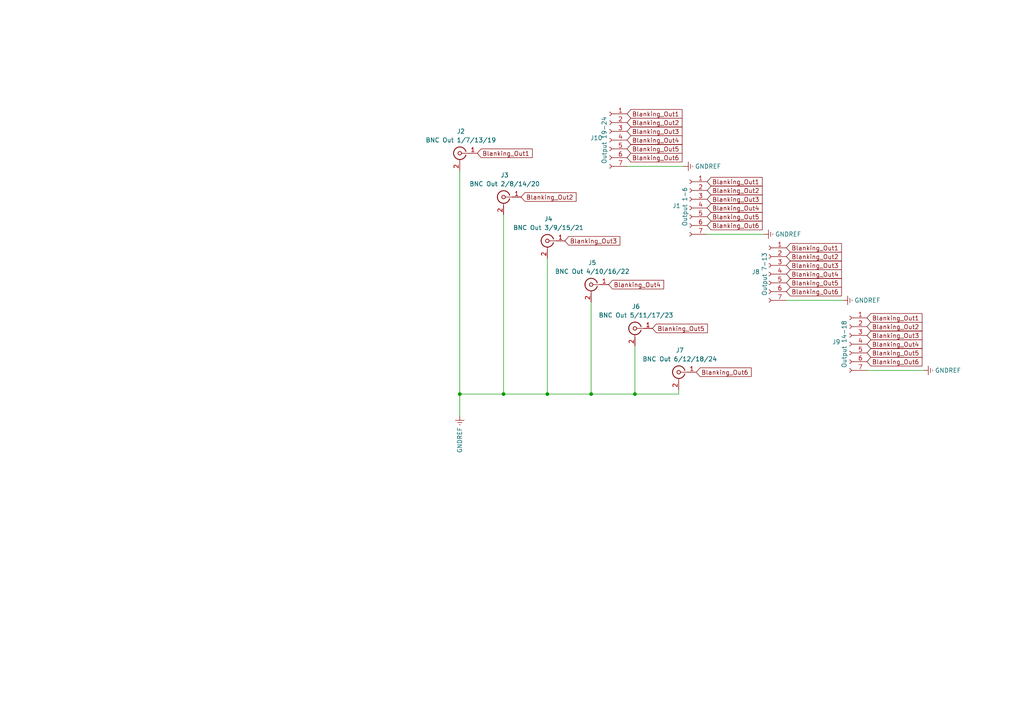
<source format=kicad_sch>
(kicad_sch (version 20230121) (generator eeschema)
  (paper "A4")
  (lib_symbols
    (symbol "Connector:Conn_01x07_Female" (pin_names (offset 1.016) hide)
      (property "Reference" "J" (at 0 10.16 0))
      (property "Value" "Conn_01x07_Female" (at 0 -10.16 0))
      (symbol "Conn_01x07_Female_1_1"
        (arc (start 0 -7.112) (mid -0.5058 -7.62) (end 0 -8.128) (stroke (width 0.1524)))
        (arc (start 0 -4.572) (mid -0.5058 -5.08) (end 0 -5.588) (stroke (width 0.1524)))
        (arc (start 0 -2.032) (mid -0.5058 -2.54) (end 0 -3.048) (stroke (width 0.1524)))
        (polyline (pts (xy -1.27 -7.62) (xy -0.508 -7.62)) (stroke (width 0.1524)))
        (polyline (pts (xy -1.27 -5.08) (xy -0.508 -5.08)) (stroke (width 0.1524)))
        (polyline (pts (xy -1.27 -2.54) (xy -0.508 -2.54)) (stroke (width 0.1524)))
        (polyline (pts (xy -1.27 0) (xy -0.508 0)) (stroke (width 0.1524)))
        (polyline (pts (xy -1.27 2.54) (xy -0.508 2.54)) (stroke (width 0.1524)))
        (polyline (pts (xy -1.27 5.08) (xy -0.508 5.08)) (stroke (width 0.1524)))
        (polyline (pts (xy -1.27 7.62) (xy -0.508 7.62)) (stroke (width 0.1524)))
        (arc (start 0 0.508) (mid -0.5058 0) (end 0 -0.508) (stroke (width 0.1524)))
        (arc (start 0 3.048) (mid -0.5058 2.54) (end 0 2.032) (stroke (width 0.1524)))
        (arc (start 0 5.588) (mid -0.5058 5.08) (end 0 4.572) (stroke (width 0.1524)))
        (arc (start 0 8.128) (mid -0.5058 7.62) (end 0 7.112) (stroke (width 0.1524)))
        (pin passive line (at -5.08 7.62 0) (length 3.81) (name "Pin_1") (number "1"))
        (pin passive line (at -5.08 5.08 0) (length 3.81) (name "Pin_2") (number "2"))
        (pin passive line (at -5.08 2.54 0) (length 3.81) (name "Pin_3") (number "3"))
        (pin passive line (at -5.08 0 0) (length 3.81) (name "Pin_4") (number "4"))
        (pin passive line (at -5.08 -2.54 0) (length 3.81) (name "Pin_5") (number "5"))
        (pin passive line (at -5.08 -5.08 0) (length 3.81) (name "Pin_6") (number "6"))
        (pin passive line (at -5.08 -7.62 0) (length 3.81) (name "Pin_7") (number "7"))
      )
    )
    (symbol "Connector:Conn_Coaxial" (pin_names (offset 1.016) hide)
      (property "Reference" "J" (at 0.254 3.048 0))
      (property "Value" "Conn_Coaxial" (at 2.921 0 90))
      (symbol "Conn_Coaxial_0_1"
        (arc (start -1.778 -0.508) (mid 0.2311 -1.8066) (end 1.778 0) (stroke (width 0.254)))
        (polyline (pts (xy -2.54 0) (xy -0.508 0)))
        (polyline (pts (xy 0 -2.54) (xy 0 -1.778)))
        (circle (center 0 0) (radius 0.508) (stroke (width 0.2032)))
        (arc (start 1.778 0) (mid 0.2099 1.8101) (end -1.778 0.508) (stroke (width 0.254)))
      )
      (symbol "Conn_Coaxial_1_1"
        (pin passive line (at -5.08 0 0) (length 2.54) (name "In") (number "1"))
        (pin passive line (at 0 -5.08 90) (length 2.54) (name "Ext") (number "2"))
      )
    )
    (symbol "power:GNDREF" (power) (pin_names (offset 0))
      (property "Value" "GNDREF" (at 0 -3.81 0))
      (symbol "GNDREF_0_1"
        (polyline (pts (xy -0.635 -1.905) (xy 0.635 -1.905)))
        (polyline (pts (xy -0.127 -2.54) (xy 0.127 -2.54)))
        (polyline (pts (xy 0 -1.27) (xy 0 0)))
        (polyline (pts (xy 1.27 -1.27) (xy -1.27 -1.27)))
      )
      (symbol "GNDREF_1_1"
        (pin power_in line (at 0 0 270) (length 0) hide (name "GNDREF") (number "1"))
      )
    )
  )
  (junction (at 184.15 114.3))
  (junction (at 133.35 114.3))
  (junction (at 171.45 114.3))
  (junction (at 158.75 114.3))
  (junction (at 146.05 114.3))
  (wire (pts (xy 133.35 114.3) (xy 133.35 120.65)))
  (wire (pts (xy 133.35 114.3) (xy 146.05 114.3)))
  (wire (pts (xy 184.15 114.3) (xy 196.85 114.3)))
  (wire (pts (xy 146.05 114.3) (xy 158.75 114.3)))
  (wire (pts (xy 251.46 107.442) (xy 267.97 107.442)))
  (wire (pts (xy 196.85 114.3) (xy 196.85 113.03)))
  (wire (pts (xy 171.45 114.3) (xy 184.15 114.3)))
  (wire (pts (xy 133.35 49.53) (xy 133.35 114.3)))
  (wire (pts (xy 171.45 87.63) (xy 171.45 114.3)))
  (wire (pts (xy 184.15 100.33) (xy 184.15 114.3)))
  (wire (pts (xy 158.75 114.3) (xy 171.45 114.3)))
  (wire (pts (xy 158.75 74.93) (xy 158.75 114.3)))
  (wire (pts (xy 205.105 67.945) (xy 221.615 67.945)))
  (wire (pts (xy 228.092 87.122) (xy 244.602 87.122)))
  (wire (pts (xy 146.05 62.23) (xy 146.05 114.3)))
  (wire (pts (xy 181.864 48.26) (xy 198.374 48.26)))
  (global_label "Blanking_Out1" (shape input) (at 205.105 52.705 0) (property "Intersheetrefs" "${INTERSHEET_REFS}" (effects hide)))
  (global_label "Blanking_Out3" (shape input) (at 205.105 57.785 0) (property "Intersheetrefs" "${INTERSHEET_REFS}" (effects hide)))
  (global_label "Blanking_Out1" (shape input) (at 138.43 44.45 0) (property "Intersheetrefs" "${INTERSHEET_REFS}" (effects hide)))
  (global_label "Blanking_Out2" (shape input) (at 205.105 55.245 0) (property "Intersheetrefs" "${INTERSHEET_REFS}" (effects hide)))
  (global_label "Blanking_Out5" (shape input) (at 205.105 62.865 0) (property "Intersheetrefs" "${INTERSHEET_REFS}" (effects hide)))
  (global_label "Blanking_Out3" (shape input) (at 163.83 69.85 0) (property "Intersheetrefs" "${INTERSHEET_REFS}" (effects hide)))
  (global_label "Blanking_Out4" (shape input) (at 181.864 40.64 0) (property "Intersheetrefs" "${INTERSHEET_REFS}" (effects hide)))
  (global_label "Blanking_Out6" (shape input) (at 228.092 84.582 0) (property "Intersheetrefs" "${INTERSHEET_REFS}" (effects hide)))
  (global_label "Blanking_Out6" (shape input) (at 181.864 45.72 0) (property "Intersheetrefs" "${INTERSHEET_REFS}" (effects hide)))
  (global_label "Blanking_Out4" (shape input) (at 176.53 82.55 0) (property "Intersheetrefs" "${INTERSHEET_REFS}" (effects hide)))
  (global_label "Blanking_Out4" (shape input) (at 251.46 99.822 0) (property "Intersheetrefs" "${INTERSHEET_REFS}" (effects hide)))
  (global_label "Blanking_Out2" (shape input) (at 228.092 74.422 0) (property "Intersheetrefs" "${INTERSHEET_REFS}" (effects hide)))
  (global_label "Blanking_Out5" (shape input) (at 189.23 95.25 0) (property "Intersheetrefs" "${INTERSHEET_REFS}" (effects hide)))
  (global_label "Blanking_Out4" (shape input) (at 205.105 60.325 0) (property "Intersheetrefs" "${INTERSHEET_REFS}" (effects hide)))
  (global_label "Blanking_Out1" (shape input) (at 181.864 33.02 0) (property "Intersheetrefs" "${INTERSHEET_REFS}" (effects hide)))
  (global_label "Blanking_Out6" (shape input) (at 251.46 104.902 0) (property "Intersheetrefs" "${INTERSHEET_REFS}" (effects hide)))
  (global_label "Blanking_Out1" (shape input) (at 228.092 71.882 0) (property "Intersheetrefs" "${INTERSHEET_REFS}" (effects hide)))
  (global_label "Blanking_Out6" (shape input) (at 201.93 107.95 0) (property "Intersheetrefs" "${INTERSHEET_REFS}" (effects hide)))
  (global_label "Blanking_Out6" (shape input) (at 205.105 65.405 0) (property "Intersheetrefs" "${INTERSHEET_REFS}" (effects hide)))
  (global_label "Blanking_Out5" (shape input) (at 181.864 43.18 0) (property "Intersheetrefs" "${INTERSHEET_REFS}" (effects hide)))
  (global_label "Blanking_Out2" (shape input) (at 181.864 35.56 0) (property "Intersheetrefs" "${INTERSHEET_REFS}" (effects hide)))
  (global_label "Blanking_Out5" (shape input) (at 228.092 82.042 0) (property "Intersheetrefs" "${INTERSHEET_REFS}" (effects hide)))
  (global_label "Blanking_Out1" (shape input) (at 251.46 92.202 0) (property "Intersheetrefs" "${INTERSHEET_REFS}" (effects hide)))
  (global_label "Blanking_Out2" (shape input) (at 151.13 57.15 0) (property "Intersheetrefs" "${INTERSHEET_REFS}" (effects hide)))
  (global_label "Blanking_Out2" (shape input) (at 251.46 94.742 0) (property "Intersheetrefs" "${INTERSHEET_REFS}" (effects hide)))
  (global_label "Blanking_Out3" (shape input) (at 181.864 38.1 0) (property "Intersheetrefs" "${INTERSHEET_REFS}" (effects hide)))
  (global_label "Blanking_Out4" (shape input) (at 228.092 79.502 0) (property "Intersheetrefs" "${INTERSHEET_REFS}" (effects hide)))
  (global_label "Blanking_Out3" (shape input) (at 228.092 76.962 0) (property "Intersheetrefs" "${INTERSHEET_REFS}" (effects hide)))
  (global_label "Blanking_Out3" (shape input) (at 251.46 97.282 0) (property "Intersheetrefs" "${INTERSHEET_REFS}" (effects hide)))
  (global_label "Blanking_Out5" (shape input) (at 251.46 102.362 0) (property "Intersheetrefs" "${INTERSHEET_REFS}" (effects hide)))
  (symbol (lib_id "power:GNDREF") (at 244.602 87.122 90) (unit 1)
    (property "Reference" "#PWR01" (effects hide))
    (property "Value" "GNDREF" (at 251.587 87.122 90))
  )
  (symbol (lib_id "power:GNDREF") (at 133.35 120.65 0) (unit 1)
    (property "Reference" "#PWR0102" (effects hide))
    (property "Value" "GNDREF" (at 133.35 127.635 90))
  )
  (symbol (lib_id "Connector:Conn_Coaxial") (at 171.45 82.55 0) (mirror y) (unit 1)
    (property "Reference" "J5" (at 171.7674 76.2 0))
    (property "Value" "BNC Out 4/10/16/22" (at 171.7674 78.74 0))
    (property "Footprint" "Maxime:BNC_Socket_TYCO-AMP_LargePads" (effects hide))
    (property "Datasheet" " ~" (effects hide))
  )
  (symbol (lib_id "Connector:Conn_Coaxial") (at 133.35 44.45 0) (mirror y) (unit 1)
    (property "Reference" "J2" (at 133.6674 38.1 0))
    (property "Value" "BNC Out 1/7/13/19" (at 133.6674 40.64 0))
    (property "Footprint" "Maxime:BNC_Socket_TYCO-AMP_LargePads" (effects hide))
    (property "Datasheet" " ~" (effects hide))
  )
  (symbol (lib_id "Connector:Conn_Coaxial") (at 158.75 69.85 0) (mirror y) (unit 1)
    (property "Reference" "J4" (at 159.0674 63.5 0))
    (property "Value" "BNC Out 3/9/15/21" (at 159.0674 66.04 0))
    (property "Footprint" "Maxime:BNC_Socket_TYCO-AMP_LargePads" (effects hide))
    (property "Datasheet" " ~" (effects hide))
  )
  (symbol (lib_id "Connector:Conn_Coaxial") (at 146.05 57.15 0) (mirror y) (unit 1)
    (property "Reference" "J3" (at 146.3674 50.8 0))
    (property "Value" "BNC Out 2/8/14/20" (at 146.3674 53.34 0))
    (property "Footprint" "Maxime:BNC_Socket_TYCO-AMP_LargePads" (effects hide))
    (property "Datasheet" " ~" (effects hide))
  )
  (symbol (lib_id "Connector:Conn_01x07_Female") (at 223.012 79.502 0) (mirror y) (unit 1)
    (property "Reference" "J8" (at 219.202 78.867 0))
    (property "Value" "Output 7-13" (at 221.742 79.502 90))
    (property "Footprint" "Connector_JST:JST_XH_S7B-XH-A-1_1x07_P2.50mm_Horizontal" (effects hide))
  )
  (symbol (lib_id "power:GNDREF") (at 198.374 48.26 90) (unit 1)
    (property "Reference" "#PWR03" (effects hide))
    (property "Value" "GNDREF" (at 205.359 48.26 90))
  )
  (symbol (lib_id "power:GNDREF") (at 221.615 67.945 90) (unit 1)
    (property "Reference" "#PWR0101" (effects hide))
    (property "Value" "GNDREF" (at 228.6 67.945 90))
  )
  (symbol (lib_id "Connector:Conn_Coaxial") (at 196.85 107.95 0) (mirror y) (unit 1)
    (property "Reference" "J7" (at 197.1674 101.6 0))
    (property "Value" "BNC Out 6/12/18/24" (at 197.1674 104.14 0))
    (property "Footprint" "Maxime:BNC_Socket_TYCO-AMP_LargePads" (effects hide))
    (property "Datasheet" " ~" (effects hide))
  )
  (symbol (lib_id "Connector:Conn_01x07_Female") (at 246.38 99.822 0) (mirror y) (unit 1)
    (property "Reference" "J9" (at 242.57 99.187 0))
    (property "Value" "Output 14-18" (at 244.856 99.822 90))
    (property "Footprint" "Connector_JST:JST_XH_S7B-XH-A-1_1x07_P2.50mm_Horizontal" (effects hide))
  )
  (symbol (lib_id "power:GNDREF") (at 267.97 107.442 90) (unit 1)
    (property "Reference" "#PWR02" (effects hide))
    (property "Value" "GNDREF" (at 274.955 107.442 90))
  )
  (symbol (lib_id "Connector:Conn_01x07_Female") (at 200.025 60.325 0) (mirror y) (unit 1)
    (property "Reference" "J1" (at 196.215 59.69 0))
    (property "Value" "Output 1-6" (at 198.628 59.944 90))
    (property "Footprint" "Connector_JST:JST_XH_S7B-XH-A-1_1x07_P2.50mm_Horizontal" (effects hide))
  )
  (symbol (lib_id "Connector:Conn_01x07_Female") (at 176.784 40.64 0) (mirror y) (unit 1)
    (property "Reference" "J10" (at 172.974 40.005 0))
    (property "Value" "Output 19-24" (at 175.26 40.64 90))
    (property "Footprint" "Connector_JST:JST_XH_S7B-XH-A-1_1x07_P2.50mm_Horizontal" (effects hide))
  )
  (symbol (lib_id "Connector:Conn_Coaxial") (at 184.15 95.25 0) (mirror y) (unit 1)
    (property "Reference" "J6" (at 184.4674 88.9 0))
    (property "Value" "BNC Out 5/11/17/23" (at 184.4674 91.44 0))
    (property "Footprint" "Maxime:BNC_Socket_TYCO-AMP_LargePads" (effects hide))
    (property "Datasheet" " ~" (effects hide))
  )
)
</source>
